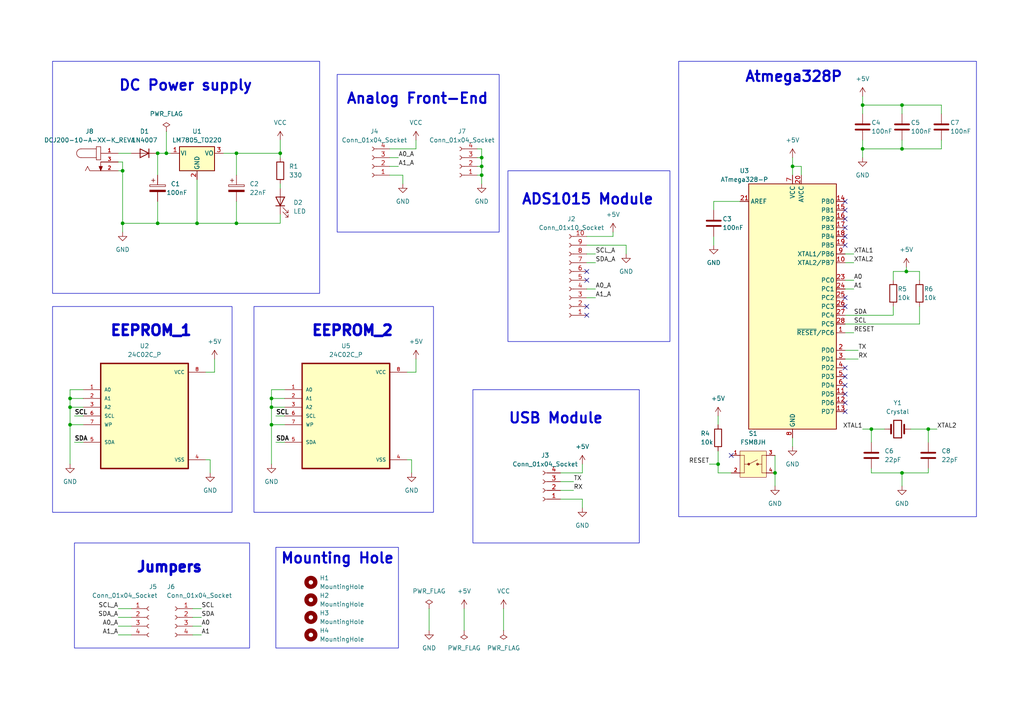
<source format=kicad_sch>
(kicad_sch (version 20230121) (generator eeschema)
  (paper "A4")
  (title_block (title "Main PCB") (date "2024-04-19"))
  (lib_symbols
    (symbol "24C02C_P_1" (pin_names (offset 1.016))
      (property "Reference" "U" (at -12.7 16.24 0))
      (property "Value" "24C02C_P" (at -12.7 -19.24 0))
      (symbol "24C02C_P_1_0_0"
        (rectangle (start -12.7 -15.24) (end 12.7 15.24) (stroke (width 0.41)) (fill (type background)))
        (pin input line (at -17.78 7.62 0) (length 5.08) (name "A0") (number "1"))
        (pin input line (at -17.78 5.08 0) (length 5.08) (name "A1") (number "2"))
        (pin input line (at -17.78 2.54 0) (length 5.08) (name "A2") (number "3"))
        (pin power_in line (at 17.78 -12.7 180) (length 5.08) (name "VSS") (number "4"))
        (pin bidirectional line (at -17.78 -7.62 0) (length 5.08) (name "SDA") (number "5"))
        (pin input line (at -17.78 0 0) (length 5.08) (name "SCL") (number "6"))
        (pin input line (at -17.78 -2.54 0) (length 5.08) (name "WP") (number "7"))
        (pin power_in line (at 17.78 12.7 180) (length 5.08) (name "VCC") (number "8"))
      )
    )
    (symbol "Connector:Conn_01x04_Socket" (pin_names (offset 1.016) hide)
      (property "Reference" "J" (at 0 5.08 0))
      (property "Value" "Conn_01x04_Socket" (at 0 -7.62 0))
      (symbol "Conn_01x04_Socket_1_1"
        (arc (start 0 -4.572) (mid -0.5058 -5.08) (end 0 -5.588) (stroke (width 0.1524)))
        (arc (start 0 -2.032) (mid -0.5058 -2.54) (end 0 -3.048) (stroke (width 0.1524)))
        (polyline (pts (xy -1.27 -5.08) (xy -0.508 -5.08)) (stroke (width 0.1524)))
        (polyline (pts (xy -1.27 -2.54) (xy -0.508 -2.54)) (stroke (width 0.1524)))
        (polyline (pts (xy -1.27 0) (xy -0.508 0)) (stroke (width 0.1524)))
        (polyline (pts (xy -1.27 2.54) (xy -0.508 2.54)) (stroke (width 0.1524)))
        (arc (start 0 0.508) (mid -0.5058 0) (end 0 -0.508) (stroke (width 0.1524)))
        (arc (start 0 3.048) (mid -0.5058 2.54) (end 0 2.032) (stroke (width 0.1524)))
        (pin passive line (at -5.08 2.54 0) (length 3.81) (name "Pin_1") (number "1"))
        (pin passive line (at -5.08 0 0) (length 3.81) (name "Pin_2") (number "2"))
        (pin passive line (at -5.08 -2.54 0) (length 3.81) (name "Pin_3") (number "3"))
        (pin passive line (at -5.08 -5.08 0) (length 3.81) (name "Pin_4") (number "4"))
      )
    )
    (symbol "Connector:Conn_01x10_Socket" (pin_names (offset 1.016) hide)
      (property "Reference" "J" (at 0 12.7 0))
      (property "Value" "Conn_01x10_Socket" (at 0 -15.24 0))
      (symbol "Conn_01x10_Socket_1_1"
        (arc (start 0 -12.192) (mid -0.5058 -12.7) (end 0 -13.208) (stroke (width 0.1524)))
        (arc (start 0 -9.652) (mid -0.5058 -10.16) (end 0 -10.668) (stroke (width 0.1524)))
        (arc (start 0 -7.112) (mid -0.5058 -7.62) (end 0 -8.128) (stroke (width 0.1524)))
        (arc (start 0 -4.572) (mid -0.5058 -5.08) (end 0 -5.588) (stroke (width 0.1524)))
        (arc (start 0 -2.032) (mid -0.5058 -2.54) (end 0 -3.048) (stroke (width 0.1524)))
        (polyline (pts (xy -1.27 -12.7) (xy -0.508 -12.7)) (stroke (width 0.1524)))
        (polyline (pts (xy -1.27 -10.16) (xy -0.508 -10.16)) (stroke (width 0.1524)))
        (polyline (pts (xy -1.27 -7.62) (xy -0.508 -7.62)) (stroke (width 0.1524)))
        (polyline (pts (xy -1.27 -5.08) (xy -0.508 -5.08)) (stroke (width 0.1524)))
        (polyline (pts (xy -1.27 -2.54) (xy -0.508 -2.54)) (stroke (width 0.1524)))
        (polyline (pts (xy -1.27 0) (xy -0.508 0)) (stroke (width 0.1524)))
        (polyline (pts (xy -1.27 2.54) (xy -0.508 2.54)) (stroke (width 0.1524)))
        (polyline (pts (xy -1.27 5.08) (xy -0.508 5.08)) (stroke (width 0.1524)))
        (polyline (pts (xy -1.27 7.62) (xy -0.508 7.62)) (stroke (width 0.1524)))
        (polyline (pts (xy -1.27 10.16) (xy -0.508 10.16)) (stroke (width 0.1524)))
        (arc (start 0 0.508) (mid -0.5058 0) (end 0 -0.508) (stroke (width 0.1524)))
        (arc (start 0 3.048) (mid -0.5058 2.54) (end 0 2.032) (stroke (width 0.1524)))
        (arc (start 0 5.588) (mid -0.5058 5.08) (end 0 4.572) (stroke (width 0.1524)))
        (arc (start 0 8.128) (mid -0.5058 7.62) (end 0 7.112) (stroke (width 0.1524)))
        (arc (start 0 10.668) (mid -0.5058 10.16) (end 0 9.652) (stroke (width 0.1524)))
        (pin passive line (at -5.08 10.16 0) (length 3.81) (name "Pin_1") (number "1"))
        (pin passive line (at -5.08 -12.7 0) (length 3.81) (name "Pin_10") (number "10"))
        (pin passive line (at -5.08 7.62 0) (length 3.81) (name "Pin_2") (number "2"))
        (pin passive line (at -5.08 5.08 0) (length 3.81) (name "Pin_3") (number "3"))
        (pin passive line (at -5.08 2.54 0) (length 3.81) (name "Pin_4") (number "4"))
        (pin passive line (at -5.08 0 0) (length 3.81) (name "Pin_5") (number "5"))
        (pin passive line (at -5.08 -2.54 0) (length 3.81) (name "Pin_6") (number "6"))
        (pin passive line (at -5.08 -5.08 0) (length 3.81) (name "Pin_7") (number "7"))
        (pin passive line (at -5.08 -7.62 0) (length 3.81) (name "Pin_8") (number "8"))
        (pin passive line (at -5.08 -10.16 0) (length 3.81) (name "Pin_9") (number "9"))
      )
    )
    (symbol "DCJ200-10-A-XX-K_REVA:DCJ200-10-A-XX-K_REVA" (pin_names (offset 1.016))
      (property "Reference" "J" (at -7.6272 5.0848 0))
      (property "Value" "DCJ200-10-A-XX-K_REVA" (at -7.6313 -5.0875 0))
      (symbol "DCJ200-10-A-XX-K_REVA_0_0"
        (arc (start -5.715 3.81) (mid -6.9795 2.54) (end -5.715 1.27) (stroke (width 0.1524)))
        (polyline (pts (xy -5.715 3.81) (xy -1.27 3.81)) (stroke (width 0.1524)))
        (polyline (pts (xy -3.81 -1.27) (xy -4.445 -2.54)) (stroke (width 0.1524)))
        (polyline (pts (xy -3.175 -2.54) (xy -3.81 -1.27)) (stroke (width 0.1524)))
        (polyline (pts (xy -1.27 0.635) (xy 0 0.635)) (stroke (width 0.1524)))
        (polyline (pts (xy -1.27 1.27) (xy -5.715 1.27)) (stroke (width 0.1524)))
        (polyline (pts (xy -1.27 1.27) (xy -1.27 0.635)) (stroke (width 0.1524)))
        (polyline (pts (xy -1.27 3.81) (xy -1.27 1.27)) (stroke (width 0.1524)))
        (polyline (pts (xy -1.27 4.445) (xy -1.27 3.81)) (stroke (width 0.1524)))
        (polyline (pts (xy 0 -2.54) (xy -3.175 -2.54)) (stroke (width 0.1524)))
        (polyline (pts (xy 0 0) (xy 0 -2.54)) (stroke (width 0.1524)))
        (polyline (pts (xy 0 0.635) (xy 0 4.445)) (stroke (width 0.1524)))
        (polyline (pts (xy 0 4.445) (xy -1.27 4.445)) (stroke (width 0.1524)))
        (polyline (pts (xy 0 -2.54) (xy -0.508 -1.27) (xy 0.508 -1.27) (xy 0 -2.54)) (stroke (width 0.1524)) (fill (type outline)))
        (pin passive line (at 5.08 2.54 180) (length 5.08) (name "~") (number "1"))
        (pin passive line (at 5.08 -2.54 180) (length 5.08) (name "~") (number "2"))
        (pin passive line (at 5.08 0 180) (length 5.08) (name "~") (number "3"))
      )
    )
    (symbol "Device:C" (pin_numbers hide) (pin_names (offset 0.254))
      (property "Reference" "C" (at 0.635 2.54 0))
      (property "Value" "C" (at 0.635 -2.54 0))
      (symbol "C_0_1"
        (polyline (pts (xy -2.032 -0.762) (xy 2.032 -0.762)) (stroke (width 0.508)))
        (polyline (pts (xy -2.032 0.762) (xy 2.032 0.762)) (stroke (width 0.508)))
      )
      (symbol "C_1_1"
        (pin passive line (at 0 3.81 270) (length 2.794) (name "~") (number "1"))
        (pin passive line (at 0 -3.81 90) (length 2.794) (name "~") (number "2"))
      )
    )
    (symbol "Device:C_Polarized" (pin_numbers hide) (pin_names (offset 0.254))
      (property "Reference" "C" (at 0.635 2.54 0))
      (property "Value" "C_Polarized" (at 0.635 -2.54 0))
      (symbol "C_Polarized_0_1"
        (rectangle (start -2.286 0.508) (end 2.286 1.016))
        (polyline (pts (xy -1.778 2.286) (xy -0.762 2.286)))
        (polyline (pts (xy -1.27 2.794) (xy -1.27 1.778)))
        (rectangle (start 2.286 -0.508) (end -2.286 -1.016) (fill (type outline)))
      )
      (symbol "C_Polarized_1_1"
        (pin passive line (at 0 3.81 270) (length 2.794) (name "~") (number "1"))
        (pin passive line (at 0 -3.81 90) (length 2.794) (name "~") (number "2"))
      )
    )
    (symbol "Device:Crystal" (pin_numbers hide) (pin_names (offset 1.016) hide)
      (property "Reference" "Y" (at 0 3.81 0))
      (property "Value" "Crystal" (at 0 -3.81 0))
      (symbol "Crystal_0_1"
        (rectangle (start -1.143 2.54) (end 1.143 -2.54) (stroke (width 0.3048)))
        (polyline (pts (xy -2.54 0) (xy -1.905 0)))
        (polyline (pts (xy -1.905 -1.27) (xy -1.905 1.27)) (stroke (width 0.508)))
        (polyline (pts (xy 1.905 -1.27) (xy 1.905 1.27)) (stroke (width 0.508)))
        (polyline (pts (xy 2.54 0) (xy 1.905 0)))
      )
      (symbol "Crystal_1_1"
        (pin passive line (at -3.81 0 0) (length 1.27) (name "1") (number "1"))
        (pin passive line (at 3.81 0 180) (length 1.27) (name "2") (number "2"))
      )
    )
    (symbol "Device:LED" (pin_numbers hide) (pin_names (offset 1.016) hide)
      (property "Reference" "D" (at 0 2.54 0))
      (property "Value" "LED" (at 0 -2.54 0))
      (symbol "LED_0_1"
        (polyline (pts (xy -1.27 -1.27) (xy -1.27 1.27)) (stroke (width 0.254)))
        (polyline (pts (xy -1.27 0) (xy 1.27 0)))
        (polyline (pts (xy 1.27 -1.27) (xy 1.27 1.27) (xy -1.27 0) (xy 1.27 -1.27)) (stroke (width 0.254)))
        (polyline (pts (xy -3.048 -0.762) (xy -4.572 -2.286) (xy -3.81 -2.286) (xy -4.572 -2.286) (xy -4.572 -1.524)))
        (polyline (pts (xy -1.778 -0.762) (xy -3.302 -2.286) (xy -2.54 -2.286) (xy -3.302 -2.286) (xy -3.302 -1.524)))
      )
      (symbol "LED_1_1"
        (pin passive line (at -3.81 0 0) (length 2.54) (name "K") (number "1"))
        (pin passive line (at 3.81 0 180) (length 2.54) (name "A") (number "2"))
      )
    )
    (symbol "Device:R" (pin_numbers hide) (pin_names (offset 0))
      (property "Reference" "R" (at 2.032 0 90))
      (property "Value" "R" (at 0 0 90))
      (symbol "R_0_1"
        (rectangle (start -1.016 -2.54) (end 1.016 2.54) (stroke (width 0.254)))
      )
      (symbol "R_1_1"
        (pin passive line (at 0 3.81 270) (length 1.27) (name "~") (number "1"))
        (pin passive line (at 0 -3.81 90) (length 1.27) (name "~") (number "2"))
      )
    )
    (symbol "Diode:1N4007" (pin_numbers hide) (pin_names hide)
      (property "Reference" "D" (at 0 2.54 0))
      (property "Value" "1N4007" (at 0 -2.54 0))
      (symbol "1N4007_0_1"
        (polyline (pts (xy -1.27 1.27) (xy -1.27 -1.27)) (stroke (width 0.254)))
        (polyline (pts (xy 1.27 0) (xy -1.27 0)))
        (polyline (pts (xy 1.27 1.27) (xy 1.27 -1.27) (xy -1.27 0) (xy 1.27 1.27)) (stroke (width 0.254)))
      )
      (symbol "1N4007_1_1"
        (pin passive line (at -3.81 0 0) (length 2.54) (name "K") (number "1"))
        (pin passive line (at 3.81 0 180) (length 2.54) (name "A") (number "2"))
      )
    )
    (symbol "FSM8JH:FSM8JH" (pin_names (offset 1.016))
      (property "Reference" "S" (at -4.3222 4.068 0))
      (property "Value" "FSM8JH" (at -4.0644 -5.3346 0))
      (symbol "FSM8JH_0_0"
        (rectangle (start -3.81 -3.81) (end 3.81 3.81) (stroke (width 0.127)) (fill (type background)))
        (circle (center -1.27 0) (radius 0.254) (stroke (width 0.2159)))
        (polyline (pts (xy -3.81 2.54) (xy -2.54 2.54)) (stroke (width 0.127)))
        (polyline (pts (xy -2.54 -2.54) (xy -3.81 -2.54)) (stroke (width 0.127)))
        (polyline (pts (xy -2.54 0) (xy -1.27 0)) (stroke (width 0.127)))
        (polyline (pts (xy -2.54 2.54) (xy -2.54 -2.54)) (stroke (width 0.127)))
        (polyline (pts (xy -1.27 0) (xy 1.27 1.27)) (stroke (width 0.127)))
        (polyline (pts (xy 1.27 0) (xy 2.54 0)) (stroke (width 0.127)))
        (polyline (pts (xy 2.54 -2.54) (xy 3.81 -2.54)) (stroke (width 0.127)))
        (polyline (pts (xy 2.54 2.54) (xy 2.54 -2.54)) (stroke (width 0.127)))
        (polyline (pts (xy 3.81 2.54) (xy 2.54 2.54)) (stroke (width 0.127)))
        (circle (center 1.27 0) (radius 0.254) (stroke (width 0.2159)))
        (pin passive line (at -6.35 2.54 0) (length 2.54) (name "~") (number "1"))
        (pin passive line (at -6.35 -2.54 0) (length 2.54) (name "~") (number "2"))
        (pin passive line (at 6.35 2.54 180) (length 2.54) (name "~") (number "3"))
        (pin passive line (at 6.35 -2.54 180) (length 2.54) (name "~") (number "4"))
      )
    )
    (symbol "MCU_Microchip_ATmega:ATmega328-P"
      (property "Reference" "U" (at -12.7 36.83 0))
      (property "Value" "ATmega328-P" (at 2.54 -36.83 0))
      (symbol "ATmega328-P_0_1"
        (rectangle (start -12.7 -35.56) (end 12.7 35.56) (stroke (width 0.254)) (fill (type background)))
      )
      (symbol "ATmega328-P_1_1"
        (pin bidirectional line (at 15.24 -7.62 180) (length 2.54) (name "~{RESET}/PC6") (number "1"))
        (pin bidirectional line (at 15.24 12.7 180) (length 2.54) (name "XTAL2/PB7") (number "10"))
        (pin bidirectional line (at 15.24 -25.4 180) (length 2.54) (name "PD5") (number "11"))
        (pin bidirectional line (at 15.24 -27.94 180) (length 2.54) (name "PD6") (number "12"))
        (pin bidirectional line (at 15.24 -30.48 180) (length 2.54) (name "PD7") (number "13"))
        (pin bidirectional line (at 15.24 30.48 180) (length 2.54) (name "PB0") (number "14"))
        (pin bidirectional line (at 15.24 27.94 180) (length 2.54) (name "PB1") (number "15"))
        (pin bidirectional line (at 15.24 25.4 180) (length 2.54) (name "PB2") (number "16"))
        (pin bidirectional line (at 15.24 22.86 180) (length 2.54) (name "PB3") (number "17"))
        (pin bidirectional line (at 15.24 20.32 180) (length 2.54) (name "PB4") (number "18"))
        (pin bidirectional line (at 15.24 17.78 180) (length 2.54) (name "PB5") (number "19"))
        (pin bidirectional line (at 15.24 -12.7 180) (length 2.54) (name "PD0") (number "2"))
        (pin power_in line (at 2.54 38.1 270) (length 2.54) (name "AVCC") (number "20"))
        (pin passive line (at -15.24 30.48 0) (length 2.54) (name "AREF") (number "21"))
        (pin passive line (at 0 -38.1 90) (length 2.54) hide (name "GND") (number "22"))
        (pin bidirectional line (at 15.24 7.62 180) (length 2.54) (name "PC0") (number "23"))
        (pin bidirectional line (at 15.24 5.08 180) (length 2.54) (name "PC1") (number "24"))
        (pin bidirectional line (at 15.24 2.54 180) (length 2.54) (name "PC2") (number "25"))
        (pin bidirectional line (at 15.24 0 180) (length 2.54) (name "PC3") (number "26"))
        (pin bidirectional line (at 15.24 -2.54 180) (length 2.54) (name "PC4") (number "27"))
        (pin bidirectional line (at 15.24 -5.08 180) (length 2.54) (name "PC5") (number "28"))
        (pin bidirectional line (at 15.24 -15.24 180) (length 2.54) (name "PD1") (number "3"))
        (pin bidirectional line (at 15.24 -17.78 180) (length 2.54) (name "PD2") (number "4"))
        (pin bidirectional line (at 15.24 -20.32 180) (length 2.54) (name "PD3") (number "5"))
        (pin bidirectional line (at 15.24 -22.86 180) (length 2.54) (name "PD4") (number "6"))
        (pin power_in line (at 0 38.1 270) (length 2.54) (name "VCC") (number "7"))
        (pin power_in line (at 0 -38.1 90) (length 2.54) (name "GND") (number "8"))
        (pin bidirectional line (at 15.24 15.24 180) (length 2.54) (name "XTAL1/PB6") (number "9"))
      )
    )
    (symbol "Mechanical:MountingHole" (pin_names (offset 1.016))
      (property "Reference" "H" (at 0 5.08 0))
      (property "Value" "MountingHole" (at 0 3.175 0))
      (symbol "MountingHole_0_1"
        (circle (center 0 0) (radius 1.27) (stroke (width 1.27)))
      )
    )
    (symbol "Regulator_Linear:LM7805_TO220" (pin_names (offset 0.254))
      (property "Reference" "U" (at -3.81 3.175 0))
      (property "Value" "LM7805_TO220" (at 0 3.175 0))
      (symbol "LM7805_TO220_0_1"
        (rectangle (start -5.08 1.905) (end 5.08 -5.08) (stroke (width 0.254)) (fill (type background)))
      )
      (symbol "LM7805_TO220_1_1"
        (pin power_in line (at -7.62 0 0) (length 2.54) (name "VI") (number "1"))
        (pin power_in line (at 0 -7.62 90) (length 2.54) (name "GND") (number "2"))
        (pin power_out line (at 7.62 0 180) (length 2.54) (name "VO") (number "3"))
      )
    )
    (symbol "power:+5V" (power) (pin_names (offset 0))
      (property "Value" "+5V" (at 0 3.556 0))
      (symbol "+5V_0_1"
        (polyline (pts (xy -0.762 1.27) (xy 0 2.54)))
        (polyline (pts (xy 0 0) (xy 0 2.54)))
        (polyline (pts (xy 0 2.54) (xy 0.762 1.27)))
      )
      (symbol "+5V_1_1"
        (pin power_in line (at 0 0 90) (length 0) hide (name "+5V") (number "1"))
      )
    )
    (symbol "power:GND" (power) (pin_names (offset 0))
      (property "Value" "GND" (at 0 -3.81 0))
      (symbol "GND_0_1"
        (polyline (pts (xy 0 0) (xy 0 -1.27) (xy 1.27 -1.27) (xy 0 -2.54) (xy -1.27 -1.27) (xy 0 -1.27)))
      )
      (symbol "GND_1_1"
        (pin power_in line (at 0 0 270) (length 0) hide (name "GND") (number "1"))
      )
    )
    (symbol "power:PWR_FLAG" (power) (pin_numbers hide) (pin_names (offset 0) hide)
      (property "Value" "PWR_FLAG" (at 0 3.81 0))
      (symbol "PWR_FLAG_0_0"
        (pin power_out line (at 0 0 90) (length 0) (name "pwr") (number "1"))
      )
      (symbol "PWR_FLAG_0_1"
        (polyline (pts (xy 0 0) (xy 0 1.27) (xy -1.016 1.905) (xy 0 2.54) (xy 1.016 1.905) (xy 0 1.27)))
      )
    )
    (symbol "power:VCC" (power) (pin_names (offset 0))
      (property "Value" "VCC" (at 0 3.81 0))
      (symbol "VCC_0_1"
        (polyline (pts (xy -0.762 1.27) (xy 0 2.54)))
        (polyline (pts (xy 0 0) (xy 0 2.54)))
        (polyline (pts (xy 0 2.54) (xy 0.762 1.27)))
      )
      (symbol "VCC_1_1"
        (pin power_in line (at 0 0 90) (length 0) hide (name "VCC") (number "1"))
      )
    )
  )
  (junction (at 261.62 43.18))
  (junction (at 139.7 48.26))
  (junction (at 224.79 137.16))
  (junction (at 45.72 64.77))
  (junction (at 68.58 64.77))
  (junction (at 229.87 48.26))
  (junction (at 252.73 124.46))
  (junction (at 269.24 124.46))
  (junction (at 57.15 64.77))
  (junction (at 139.7 50.8))
  (junction (at 261.62 30.48))
  (junction (at 20.32 123.19))
  (junction (at 139.7 45.72))
  (junction (at 208.28 134.62))
  (junction (at 78.74 123.19))
  (junction (at 262.89 78.74))
  (junction (at 20.32 118.11))
  (junction (at 250.19 43.18))
  (junction (at 261.62 137.16))
  (junction (at 20.32 115.57))
  (junction (at 45.72 44.45))
  (junction (at 35.56 64.77))
  (junction (at 68.58 44.45))
  (junction (at 35.56 49.53))
  (junction (at 250.19 30.48))
  (junction (at 78.74 118.11))
  (junction (at 81.28 44.45))
  (junction (at 48.26 44.45))
  (junction (at 78.74 115.57))
  (no_connect (at 245.11 106.68))
  (no_connect (at 245.11 86.36))
  (no_connect (at 212.09 132.08))
  (no_connect (at 245.11 60.96))
  (no_connect (at 245.11 109.22))
  (no_connect (at 170.18 88.9))
  (no_connect (at 245.11 68.58))
  (no_connect (at 245.11 66.04))
  (no_connect (at 170.18 78.74))
  (no_connect (at 245.11 88.9))
  (no_connect (at 245.11 63.5))
  (no_connect (at 170.18 81.28))
  (no_connect (at 245.11 111.76))
  (no_connect (at 245.11 119.38))
  (no_connect (at 245.11 71.12))
  (no_connect (at 170.18 91.44))
  (no_connect (at 245.11 114.3))
  (no_connect (at 245.11 58.42))
  (no_connect (at 245.11 116.84))
  (wire (pts (xy 245.11 81.28) (xy 247.65 81.28)))
  (wire (pts (xy 113.03 45.72) (xy 115.57 45.72)))
  (wire (pts (xy 273.05 30.48) (xy 273.05 33.02)))
  (wire (pts (xy 229.87 45.72) (xy 229.87 48.26)))
  (wire (pts (xy 80.01 128.27) (xy 82.55 128.27)))
  (wire (pts (xy 78.74 118.11) (xy 78.74 123.19)))
  (wire (pts (xy 81.28 54.61) (xy 81.28 53.34)))
  (wire (pts (xy 208.28 130.81) (xy 208.28 134.62)))
  (wire (pts (xy 229.87 127) (xy 229.87 129.54)))
  (wire (pts (xy 170.18 86.36) (xy 172.72 86.36)))
  (wire (pts (xy 78.74 115.57) (xy 78.74 118.11)))
  (wire (pts (xy 45.72 50.8) (xy 45.72 44.45)))
  (wire (pts (xy 55.88 184.15) (xy 58.42 184.15)))
  (wire (pts (xy 20.32 123.19) (xy 20.32 134.62)))
  (wire (pts (xy 250.19 43.18) (xy 250.19 45.72)))
  (wire (pts (xy 208.28 123.19) (xy 208.28 120.65)))
  (wire (pts (xy 38.1 176.53) (xy 34.29 176.53)))
  (wire (pts (xy 139.7 50.8) (xy 138.43 50.8)))
  (wire (pts (xy 259.08 88.9) (xy 259.08 91.44)))
  (wire (pts (xy 261.62 43.18) (xy 273.05 43.18)))
  (wire (pts (xy 20.32 113.03) (xy 20.32 115.57)))
  (wire (pts (xy 261.62 140.97) (xy 261.62 137.16)))
  (wire (pts (xy 35.56 46.99) (xy 35.56 49.53)))
  (wire (pts (xy 261.62 137.16) (xy 269.24 137.16)))
  (wire (pts (xy 261.62 40.64) (xy 261.62 43.18)))
  (wire (pts (xy 138.43 45.72) (xy 139.7 45.72)))
  (wire (pts (xy 172.72 73.66) (xy 170.18 73.66)))
  (wire (pts (xy 162.56 137.16) (xy 168.91 137.16)))
  (wire (pts (xy 82.55 115.57) (xy 78.74 115.57)))
  (wire (pts (xy 120.65 104.14) (xy 120.65 107.95)))
  (wire (pts (xy 78.74 123.19) (xy 78.74 134.62)))
  (wire (pts (xy 81.28 62.23) (xy 81.28 64.77)))
  (wire (pts (xy 208.28 137.16) (xy 212.09 137.16)))
  (wire (pts (xy 273.05 43.18) (xy 273.05 40.64)))
  (wire (pts (xy 124.46 182.88) (xy 124.46 176.53)))
  (wire (pts (xy 261.62 30.48) (xy 273.05 30.48)))
  (wire (pts (xy 170.18 71.12) (xy 181.61 71.12)))
  (wire (pts (xy 134.62 176.53) (xy 134.62 182.88)))
  (wire (pts (xy 207.01 58.42) (xy 214.63 58.42)))
  (wire (pts (xy 208.28 137.16) (xy 208.28 134.62)))
  (wire (pts (xy 113.03 48.26) (xy 115.57 48.26)))
  (wire (pts (xy 116.84 50.8) (xy 116.84 53.34)))
  (wire (pts (xy 35.56 64.77) (xy 35.56 67.31)))
  (wire (pts (xy 20.32 115.57) (xy 20.32 118.11)))
  (wire (pts (xy 113.03 43.18) (xy 120.65 43.18)))
  (wire (pts (xy 207.01 60.96) (xy 207.01 58.42)))
  (wire (pts (xy 264.16 124.46) (xy 269.24 124.46)))
  (wire (pts (xy 62.23 104.14) (xy 62.23 107.95)))
  (wire (pts (xy 139.7 45.72) (xy 139.7 48.26)))
  (wire (pts (xy 45.72 44.45) (xy 48.26 44.45)))
  (wire (pts (xy 24.13 128.27) (xy 21.59 128.27)))
  (wire (pts (xy 81.28 40.64) (xy 81.28 44.45)))
  (wire (pts (xy 262.89 77.47) (xy 262.89 78.74)))
  (wire (pts (xy 24.13 113.03) (xy 20.32 113.03)))
  (wire (pts (xy 34.29 179.07) (xy 38.1 179.07)))
  (wire (pts (xy 162.56 139.7) (xy 166.37 139.7)))
  (wire (pts (xy 250.19 43.18) (xy 261.62 43.18)))
  (wire (pts (xy 229.87 48.26) (xy 232.41 48.26)))
  (wire (pts (xy 172.72 76.2) (xy 170.18 76.2)))
  (wire (pts (xy 262.89 78.74) (xy 259.08 78.74)))
  (wire (pts (xy 139.7 53.34) (xy 139.7 50.8)))
  (wire (pts (xy 68.58 44.45) (xy 81.28 44.45)))
  (wire (pts (xy 82.55 113.03) (xy 78.74 113.03)))
  (wire (pts (xy 139.7 48.26) (xy 139.7 50.8)))
  (wire (pts (xy 24.13 118.11) (xy 20.32 118.11)))
  (wire (pts (xy 57.15 52.07) (xy 57.15 64.77)))
  (wire (pts (xy 224.79 132.08) (xy 224.79 137.16)))
  (wire (pts (xy 34.29 44.45) (xy 38.1 44.45)))
  (wire (pts (xy 168.91 144.78) (xy 168.91 147.32)))
  (wire (pts (xy 271.78 124.46) (xy 269.24 124.46)))
  (wire (pts (xy 208.28 134.62) (xy 205.74 134.62)))
  (wire (pts (xy 138.43 48.26) (xy 139.7 48.26)))
  (wire (pts (xy 168.91 137.16) (xy 168.91 134.62)))
  (wire (pts (xy 269.24 137.16) (xy 269.24 135.89)))
  (wire (pts (xy 245.11 96.52) (xy 247.65 96.52)))
  (wire (pts (xy 266.7 78.74) (xy 262.89 78.74)))
  (wire (pts (xy 250.19 124.46) (xy 252.73 124.46)))
  (wire (pts (xy 20.32 118.11) (xy 20.32 123.19)))
  (wire (pts (xy 247.65 73.66) (xy 245.11 73.66)))
  (wire (pts (xy 45.72 64.77) (xy 35.56 64.77)))
  (wire (pts (xy 245.11 101.6) (xy 248.92 101.6)))
  (wire (pts (xy 34.29 46.99) (xy 35.56 46.99)))
  (wire (pts (xy 162.56 144.78) (xy 168.91 144.78)))
  (wire (pts (xy 60.96 133.35) (xy 60.96 137.16)))
  (wire (pts (xy 229.87 50.8) (xy 229.87 48.26)))
  (wire (pts (xy 139.7 43.18) (xy 139.7 45.72)))
  (wire (pts (xy 45.72 64.77) (xy 57.15 64.77)))
  (wire (pts (xy 250.19 30.48) (xy 261.62 30.48)))
  (wire (pts (xy 259.08 91.44) (xy 245.11 91.44)))
  (wire (pts (xy 252.73 137.16) (xy 261.62 137.16)))
  (wire (pts (xy 247.65 76.2) (xy 245.11 76.2)))
  (wire (pts (xy 269.24 124.46) (xy 269.24 128.27)))
  (wire (pts (xy 232.41 48.26) (xy 232.41 50.8)))
  (wire (pts (xy 177.8 68.58) (xy 177.8 67.31)))
  (wire (pts (xy 113.03 50.8) (xy 116.84 50.8)))
  (wire (pts (xy 82.55 120.65) (xy 80.01 120.65)))
  (wire (pts (xy 162.56 142.24) (xy 166.37 142.24)))
  (wire (pts (xy 48.26 38.1) (xy 48.26 44.45)))
  (wire (pts (xy 266.7 88.9) (xy 266.7 93.98)))
  (wire (pts (xy 118.11 133.35) (xy 119.38 133.35)))
  (wire (pts (xy 59.69 133.35) (xy 60.96 133.35)))
  (wire (pts (xy 81.28 45.72) (xy 81.28 44.45)))
  (wire (pts (xy 38.1 181.61) (xy 34.29 181.61)))
  (wire (pts (xy 252.73 135.89) (xy 252.73 137.16)))
  (wire (pts (xy 68.58 58.42) (xy 68.58 64.77)))
  (wire (pts (xy 35.56 49.53) (xy 35.56 64.77)))
  (wire (pts (xy 119.38 133.35) (xy 119.38 137.16)))
  (wire (pts (xy 57.15 64.77) (xy 68.58 64.77)))
  (wire (pts (xy 138.43 43.18) (xy 139.7 43.18)))
  (wire (pts (xy 68.58 44.45) (xy 68.58 50.8)))
  (wire (pts (xy 256.54 124.46) (xy 252.73 124.46)))
  (wire (pts (xy 55.88 176.53) (xy 58.42 176.53)))
  (wire (pts (xy 224.79 137.16) (xy 224.79 140.97)))
  (wire (pts (xy 82.55 118.11) (xy 78.74 118.11)))
  (wire (pts (xy 245.11 104.14) (xy 248.92 104.14)))
  (wire (pts (xy 78.74 113.03) (xy 78.74 115.57)))
  (wire (pts (xy 120.65 107.95) (xy 118.11 107.95)))
  (wire (pts (xy 261.62 33.02) (xy 261.62 30.48)))
  (wire (pts (xy 62.23 107.95) (xy 59.69 107.95)))
  (wire (pts (xy 181.61 71.12) (xy 181.61 73.66)))
  (wire (pts (xy 120.65 40.64) (xy 120.65 43.18)))
  (wire (pts (xy 81.28 64.77) (xy 68.58 64.77)))
  (wire (pts (xy 170.18 83.82) (xy 172.72 83.82)))
  (wire (pts (xy 55.88 179.07) (xy 58.42 179.07)))
  (wire (pts (xy 35.56 49.53) (xy 34.29 49.53)))
  (wire (pts (xy 146.05 182.88) (xy 146.05 176.53)))
  (wire (pts (xy 259.08 78.74) (xy 259.08 81.28)))
  (wire (pts (xy 38.1 184.15) (xy 34.29 184.15)))
  (wire (pts (xy 170.18 68.58) (xy 177.8 68.58)))
  (wire (pts (xy 82.55 123.19) (xy 78.74 123.19)))
  (wire (pts (xy 24.13 123.19) (xy 20.32 123.19)))
  (wire (pts (xy 55.88 181.61) (xy 58.42 181.61)))
  (wire (pts (xy 250.19 33.02) (xy 250.19 30.48)))
  (wire (pts (xy 207.01 68.58) (xy 207.01 71.12)))
  (wire (pts (xy 24.13 115.57) (xy 20.32 115.57)))
  (wire (pts (xy 266.7 81.28) (xy 266.7 78.74)))
  (wire (pts (xy 48.26 44.45) (xy 49.53 44.45)))
  (wire (pts (xy 250.19 40.64) (xy 250.19 43.18)))
  (wire (pts (xy 252.73 124.46) (xy 252.73 128.27)))
  (wire (pts (xy 24.13 120.65) (xy 21.59 120.65)))
  (wire (pts (xy 245.11 83.82) (xy 247.65 83.82)))
  (wire (pts (xy 245.11 93.98) (xy 266.7 93.98)))
  (wire (pts (xy 250.19 27.94) (xy 250.19 30.48)))
  (wire (pts (xy 64.77 44.45) (xy 68.58 44.45)))
  (wire (pts (xy 45.72 58.42) (xy 45.72 64.77)))
  (rectangle (start 15.24 88.9) (end 67.31 148.59))
  (rectangle (start 196.85 17.78) (end 283.21 149.86))
  (rectangle (start 97.79 21.59) (end 144.78 67.31))
  (rectangle (start 147.32 49.53) (end 194.31 99.06))
  (rectangle (start 137.16 113.03) (end 185.42 157.48))
  (rectangle (start 21.59 157.48) (end 72.39 187.96))
  (rectangle (start 80.01 158.75) (end 115.57 187.96))
  (rectangle (start 73.66 88.9) (end 125.73 148.59))
  (rectangle (start 15.24 17.78) (end 92.71 85.09))
  (text "EEPROM_2\n" (at 90.17 97.79 0) (effects (font (size 3 3) (thickness 1) bold) (justify left bottom)))
  (text "Analog Front-End" (at 100.33 30.48 0) (effects (font (size 3 3) bold) (justify left bottom)))
  (text "Atmega328P" (at 215.9 24.13 0) (effects (font (size 3 3) bold) (justify left bottom)))
  (text "USB Module" (at 147.32 123.19 0) (effects (font (size 3 3) bold) (justify left bottom)))
  (text "DC Power supply" (at 34.29 26.67 0) (effects (font (size 3 3) bold) (justify left bottom)))
  (text "EEPROM_1\n" (at 31.75 97.79 0) (effects (font (size 3 3) (thickness 1) bold) (justify left bottom)))
  (text "Jumpers" (at 39.37 166.37 0) (effects (font (size 3 3) (thickness 1) bold) (justify left bottom)))
  (text "ADS1015 Module" (at 151.13 59.69 0) (effects (font (size 3 3) bold) (justify left bottom)))
  (text "Mounting Hole" (at 81.28 163.83 0) (effects (font (size 3 3) (thickness 0.6) bold) (justify left bottom)))
  (label "A0_A" (at 172.72 83.82 0))
  (label "SCL" (at 58.42 176.53 0))
  (label "TX" (at 166.37 139.7 0))
  (label "A0_A" (at 34.29 181.61 180))
  (label "SDA" (at 247.65 91.44 0))
  (label "SCL" (at 80.01 120.65 0) (effects (font bold)))
  (label "A1_A" (at 172.72 86.36 0))
  (label "A0" (at 247.65 81.28 0))
  (label "XTAL2" (at 271.78 124.46 0))
  (label "TX" (at 248.92 101.6 0))
  (label "SCL_A" (at 172.72 73.66 0))
  (label "RESET" (at 205.74 134.62 180))
  (label "RX" (at 248.92 104.14 0))
  (label "XTAL1" (at 247.65 73.66 0))
  (label "SDA" (at 58.42 179.07 0))
  (label "RESET" (at 247.65 96.52 0))
  (label "A1_A" (at 34.29 184.15 180))
  (label "SDA_A" (at 34.29 179.07 180))
  (label "A1" (at 247.65 83.82 0))
  (label "XTAL2" (at 247.65 76.2 0))
  (label "A0_A" (at 115.57 45.72 0))
  (label "A1_A" (at 115.57 48.26 0))
  (label "SCL_A" (at 34.29 176.53 180))
  (label "SCL" (at 21.59 120.65 0) (effects (font bold)))
  (label "SDA_A" (at 172.72 76.2 0))
  (label "A0" (at 58.42 181.61 0))
  (label "SDA" (at 80.01 128.27 0) (effects (font bold)))
  (label "SDA" (at 21.59 128.27 0) (effects (font bold)))
  (label "RX" (at 166.37 142.24 0))
  (label "A1" (at 58.42 184.15 0))
  (label "SCL" (at 247.65 93.98 0))
  (label "XTAL1" (at 250.19 124.46 180))
  (symbol (lib_id "Device:C") (at 250.19 36.83 0) (unit 1)
    (property "Reference" "C4" (at 252.73 35.56 0) (effects (justify left)))
    (property "Value" "100nF" (at 252.73 38.1 0) (effects (justify left)))
    (property "Footprint" "Capacitor_THT:C_Disc_D3.8mm_W2.6mm_P2.50mm" (effects hide))
  )
  (symbol (lib_id "Regulator_Linear:LM7805_TO220") (at 57.15 44.45 0) (unit 1)
    (property "Reference" "U1" (at 57.15 38.1 0))
    (property "Value" "LM7805_TO220" (at 57.15 40.64 0))
    (property "Footprint" "Package_TO_SOT_THT:TO-220-3_Vertical" (effects hide))
    (property "Datasheet" "https://www.onsemi.cn/PowerSolutions/document/MC7800-D.PDF" (effects hide))
  )
  (symbol (lib_id "Diode:1N4007") (at 41.91 44.45 180) (unit 1)
    (property "Reference" "D1" (at 41.91 38.1 0))
    (property "Value" "1N4007" (at 41.91 40.64 0))
    (property "Footprint" "Diode_THT:D_DO-41_SOD81_P10.16mm_Horizontal" (effects hide))
    (property "Datasheet" "http://www.vishay.com/docs/88503/1n4001.pdf" (effects hide))
    (property "Sim.Device" "D" (effects hide))
    (property "Sim.Pins" "1=K 2=A" (effects hide))
  )
  (symbol (lib_id "power:PWR_FLAG") (at 48.26 38.1 0) (unit 1)
    (property "Reference" "#FLG01" (effects hide))
    (property "Value" "PWR_FLAG" (at 48.26 33.02 0))
  )
  (symbol (lib_id "power:+5V") (at 168.91 134.62 0) (unit 1)
    (property "Reference" "#PWR05" (effects hide))
    (property "Value" "+5V" (at 168.91 129.54 0))
  )
  (symbol (lib_id "power:+5V") (at 134.62 176.53 0) (unit 1)
    (property "Reference" "#PWR012" (effects hide))
    (property "Value" "+5V" (at 134.62 171.45 0))
  )
  (symbol (lib_id "Device:C") (at 273.05 36.83 0) (unit 1)
    (property "Reference" "C7" (at 275.59 35.56 0) (effects (justify left)))
    (property "Value" "100nF" (at 275.59 38.1 0) (effects (justify left)))
    (property "Footprint" "Capacitor_THT:C_Disc_D3.8mm_W2.6mm_P2.50mm" (effects hide))
  )
  (symbol (lib_name "24C02C_P_1") (lib_id "24C02C_P:24C02C_P") (at 100.33 120.65 0) (unit 1)
    (property "Reference" "U5" (at 100.33 100.33 0))
    (property "Value" "24C02C_P" (at 100.33 102.87 0))
    (property "Footprint" "24C02C_P:DIP787W46P254L927H533Q8" (effects hide))
    (property "MF" "Microchip Technology" (effects hide))
    (property "Description" "\nMicrochip 24C02C/P Serial EEPROM Memory, 2kbit, 3500ns, 4.5 to 5.5 V 8-Pin PDIP | Microchip Technology Inc. 24C02C/P\n" (effects hide))
    (property "Package" "DIP-8 Microchip" (effects hide))
    (property "Price" "None" (effects hide))
    (property "SnapEDA_Link" "https://www.snapeda.com/parts/24C02C/P/Microchip/view-part/?ref=snap" (effects hide))
    (property "MP" "24C02C/P" (effects hide))
    (property "Purchase-URL" "https://www.snapeda.com/api/url_track_click_mouser/?unipart_id=5521095&manufacturer=Microchip Technology&part_name=24C02C/P&search_term=24c" (effects hide))
    (property "Availability" "In Stock" (effects hide))
    (property "Check_prices" "https://www.snapeda.com/parts/24C02C/P/Microchip/view-part/?ref=eda" (effects hide))
  )
  (symbol (lib_id "power:GND") (at 78.74 134.62 0) (unit 1)
    (property "Reference" "#PWR08" (effects hide))
    (property "Value" "GND" (at 78.74 139.7 0))
  )
  (symbol (lib_id "power:VCC") (at 81.28 40.64 0) (unit 1)
    (property "Reference" "#PWR04" (effects hide))
    (property "Value" "VCC" (at 81.28 35.56 0))
  )
  (symbol (lib_id "Connector:Conn_01x04_Socket") (at 157.48 142.24 180) (unit 1)
    (property "Reference" "J3" (at 158.115 132.08 0))
    (property "Value" "Conn_01x04_Socket" (at 158.115 134.62 0))
    (property "Footprint" "Connector_PinSocket_2.54mm:PinSocket_1x04_P2.54mm_Vertical" (effects hide))
  )
  (symbol (lib_id "power:GND") (at 181.61 73.66 0) (unit 1)
    (property "Reference" "#PWR03" (effects hide))
    (property "Value" "GND" (at 181.61 78.74 0))
  )
  (symbol (lib_id "power:+5V") (at 177.8 67.31 0) (unit 1)
    (property "Reference" "#PWR02" (effects hide))
    (property "Value" "+5V" (at 177.8 62.23 0))
  )
  (symbol (lib_id "power:+5V") (at 120.65 104.14 0) (unit 1)
    (property "Reference" "#PWR014" (effects hide))
    (property "Value" "+5V" (at 120.65 99.06 0))
  )
  (symbol (lib_id "MCU_Microchip_ATmega:ATmega328-P") (at 229.87 88.9 0) (unit 1)
    (property "Reference" "U3" (at 215.9 49.53 0))
    (property "Value" "ATmega328-P" (at 215.9 52.07 0))
    (property "Footprint" "Package_DIP:DIP-28_W7.62mm" (effects hide))
    (property "Datasheet" "http://ww1.microchip.com/downloads/en/DeviceDoc/ATmega328_P%20AVR%20MCU%20with%20picoPower%20Technology%20Data%20Sheet%2040001984A.pdf" (effects hide))
  )
  (symbol (lib_id "power:PWR_FLAG") (at 124.46 176.53 0) (unit 1)
    (property "Reference" "#FLG02" (effects hide))
    (property "Value" "PWR_FLAG" (at 124.46 171.45 0))
  )
  (symbol (lib_id "power:GND") (at 60.96 137.16 0) (unit 1)
    (property "Reference" "#PWR025" (effects hide))
    (property "Value" "GND" (at 60.96 142.24 0))
  )
  (symbol (lib_id "power:+5V") (at 262.89 77.47 0) (unit 1)
    (property "Reference" "#PWR024" (effects hide))
    (property "Value" "+5V" (at 262.89 72.39 0))
  )
  (symbol (lib_id "power:GND") (at 250.19 45.72 0) (unit 1)
    (property "Reference" "#PWR019" (effects hide))
    (property "Value" "GND" (at 250.19 50.8 0))
  )
  (symbol (lib_id "power:+5V") (at 250.19 27.94 0) (unit 1)
    (property "Reference" "#PWR018" (effects hide))
    (property "Value" "+5V" (at 250.19 22.86 0))
  )
  (symbol (lib_id "power:+5V") (at 229.87 45.72 0) (unit 1)
    (property "Reference" "#PWR016" (effects hide))
    (property "Value" "+5V" (at 229.87 40.64 0))
  )
  (symbol (lib_id "power:PWR_FLAG") (at 134.62 182.88 180) (unit 1)
    (property "Reference" "#FLG03" (effects hide))
    (property "Value" "PWR_FLAG" (at 134.62 187.96 0))
  )
  (symbol (lib_id "power:GND") (at 261.62 140.97 0) (unit 1)
    (property "Reference" "#PWR021" (effects hide))
    (property "Value" "GND" (at 261.62 146.05 0))
  )
  (symbol (lib_id "Connector:Conn_01x04_Socket") (at 107.95 48.26 180) (unit 1)
    (property "Reference" "J4" (at 108.585 38.1 0))
    (property "Value" "Conn_01x04_Socket" (at 108.585 40.64 0))
    (property "Footprint" "Connector_PinHeader_2.54mm:PinHeader_1x04_P2.54mm_Vertical" (effects hide))
  )
  (symbol (lib_id "power:GND") (at 229.87 129.54 0) (unit 1)
    (property "Reference" "#PWR017" (effects hide))
    (property "Value" "GND" (at 229.87 134.62 0))
  )
  (symbol (lib_id "Device:C_Polarized") (at 45.72 54.61 0) (unit 1)
    (property "Reference" "C1" (at 49.53 53.34 0) (effects (justify left)))
    (property "Value" "100nF" (at 48.26 55.88 0) (effects (justify left)))
    (property "Footprint" "Capacitor_THT:CP_Radial_D5.0mm_P2.50mm" (effects hide))
  )
  (symbol (lib_name "24C02C_P_1") (lib_id "24C02C_P:24C02C_P") (at 41.91 120.65 0) (unit 1)
    (property "Reference" "U2" (at 41.91 100.33 0))
    (property "Value" "24C02C_P" (at 41.91 102.87 0))
    (property "Footprint" "24C02C_P:DIP787W46P254L927H533Q8" (effects hide))
    (property "MF" "Microchip Technology" (effects hide))
    (property "Description" "\nMicrochip 24C02C/P Serial EEPROM Memory, 2kbit, 3500ns, 4.5 to 5.5 V 8-Pin PDIP | Microchip Technology Inc. 24C02C/P\n" (effects hide))
    (property "Package" "DIP-8 Microchip" (effects hide))
    (property "Price" "None" (effects hide))
    (property "SnapEDA_Link" "https://www.snapeda.com/parts/24C02C/P/Microchip/view-part/?ref=snap" (effects hide))
    (property "MP" "24C02C/P" (effects hide))
    (property "Purchase-URL" "https://www.snapeda.com/api/url_track_click_mouser/?unipart_id=5521095&manufacturer=Microchip Technology&part_name=24C02C/P&search_term=24c" (effects hide))
    (property "Availability" "In Stock" (effects hide))
    (property "Check_prices" "https://www.snapeda.com/parts/24C02C/P/Microchip/view-part/?ref=eda" (effects hide))
  )
  (symbol (lib_id "Mechanical:MountingHole") (at 90.17 184.15 0) (unit 1)
    (property "Reference" "H4" (at 92.71 182.88 0) (effects (justify left)))
    (property "Value" "MountingHole" (at 92.71 185.42 0) (effects (justify left)))
    (property "Footprint" "MountingHole:MountingHole_2.2mm_M2" (effects hide))
  )
  (symbol (lib_id "power:PWR_FLAG") (at 146.05 182.88 180) (unit 1)
    (property "Reference" "#FLG04" (effects hide))
    (property "Value" "PWR_FLAG" (at 146.05 187.96 0))
  )
  (symbol (lib_id "Device:C") (at 207.01 64.77 0) (unit 1)
    (property "Reference" "C3" (at 209.55 63.5 0) (effects (justify left)))
    (property "Value" "100nF" (at 209.55 66.04 0) (effects (justify left)))
    (property "Footprint" "Capacitor_THT:C_Disc_D3.8mm_W2.6mm_P2.50mm" (effects hide))
  )
  (symbol (lib_id "Device:C") (at 269.24 132.08 0) (unit 1)
    (property "Reference" "C8" (at 273.05 130.81 0) (effects (justify left)))
    (property "Value" "22pF" (at 273.05 133.35 0) (effects (justify left)))
    (property "Footprint" "Capacitor_THT:C_Disc_D3.4mm_W2.1mm_P2.50mm" (effects hide))
  )
  (symbol (lib_id "power:GND") (at 20.32 134.62 0) (unit 1)
    (property "Reference" "#PWR07" (effects hide))
    (property "Value" "GND" (at 20.32 139.7 0))
  )
  (symbol (lib_id "DCJ200-10-A-XX-K_REVA:DCJ200-10-A-XX-K_REVA") (at 29.21 46.99 0) (unit 1)
    (property "Reference" "J8" (at 25.9742 38.1 0))
    (property "Value" "DCJ200-10-A-XX-K_REVA" (at 25.9742 40.64 0))
    (property "Footprint" "DCJ200-10-A-XX-K_REVA:GCT_DCJ200-10-A-XX-K_REVA" (effects hide))
    (property "MF" "Global Connector Technology" (effects hide))
    (property "MAXIMUM_PACKAGE_HEIGHT" "11 mm" (effects hide))
    (property "Package" "None" (effects hide))
    (property "Price" "None" (effects hide))
    (property "Check_prices" "https://www.snapeda.com/parts/DCJ200-10-A-K1-K/Global+Connector+Technology/view-part/?ref=eda" (effects hide))
    (property "STANDARD" "Manufacturer Recommendations" (effects hide))
    (property "PARTREV" "A" (effects hide))
    (property "SnapEDA_Link" "https://www.snapeda.com/parts/DCJ200-10-A-K1-K/Global+Connector+Technology/view-part/?ref=snap" (effects hide))
    (property "MP" "DCJ200-10-A-K1-K" (effects hide))
    (property "Purchase-URL" "https://www.snapeda.com/api/url_track_click_mouser/?unipart_id=641259&manufacturer=Global Connector Technology&part_name=DCJ200-10-A-K1-K&search_term=barrel jack" (effects hide))
    (property "Description" "\nPower Barrel Connector Jack 2.05mm ID (0.081), 5.50mm OD (0.217) Through Hole, Right Angle\n" (effects hide))
    (property "MANUFACTURER" "Global Connector Technology" (effects hide))
    (property "Availability" "Not in stock" (effects hide))
    (property "SNAPEDA_PN" "DCJ200-10-A-K1-K" (effects hide))
  )
  (symbol (lib_id "power:GND") (at 119.38 137.16 0) (unit 1)
    (property "Reference" "#PWR013" (effects hide))
    (property "Value" "GND" (at 119.38 142.24 0))
  )
  (symbol (lib_id "Mechanical:MountingHole") (at 90.17 173.99 0) (unit 1)
    (property "Reference" "H2" (at 92.71 172.72 0) (effects (justify left)))
    (property "Value" "MountingHole" (at 92.71 175.26 0) (effects (justify left)))
    (property "Footprint" "MountingHole:MountingHole_2.2mm_M2" (effects hide))
  )
  (symbol (lib_id "power:GND") (at 124.46 182.88 0) (unit 1)
    (property "Reference" "#PWR011" (effects hide))
    (property "Value" "GND" (at 124.46 187.96 0))
  )
  (symbol (lib_id "Device:R") (at 81.28 49.53 0) (unit 1)
    (property "Reference" "R1" (at 83.82 48.26 0) (effects (justify left)))
    (property "Value" "330" (at 83.82 50.8 0) (effects (justify left)))
    (property "Footprint" "Resistor_THT:R_Axial_DIN0207_L6.3mm_D2.5mm_P10.16mm_Horizontal" (effects hide))
  )
  (symbol (lib_id "power:GND") (at 168.91 147.32 0) (unit 1)
    (property "Reference" "#PWR06" (effects hide))
    (property "Value" "GND" (at 168.91 152.4 0))
  )
  (symbol (lib_id "power:GND") (at 116.84 53.34 0) (unit 1)
    (property "Reference" "#PWR09" (effects hide))
    (property "Value" "GND" (at 116.84 58.42 0))
  )
  (symbol (lib_id "Device:Crystal") (at 260.35 124.46 0) (unit 1)
    (property "Reference" "Y1" (at 260.35 116.84 0))
    (property "Value" "Crystal" (at 260.35 119.38 0))
    (property "Footprint" "Crystal:Resonator-2Pin_W8.0mm_H3.5mm" (effects hide))
  )
  (symbol (lib_id "Device:R") (at 259.08 85.09 0) (unit 1)
    (property "Reference" "R5" (at 260.35 83.82 0) (effects (justify left)))
    (property "Value" "10k" (at 260.35 86.36 0) (effects (justify left)))
    (property "Footprint" "Resistor_THT:R_Axial_DIN0207_L6.3mm_D2.5mm_P10.16mm_Horizontal" (effects hide))
  )
  (symbol (lib_id "Device:C") (at 261.62 36.83 0) (unit 1)
    (property "Reference" "C5" (at 264.16 35.56 0) (effects (justify left)))
    (property "Value" "100nF" (at 264.16 38.1 0) (effects (justify left)))
    (property "Footprint" "Capacitor_THT:C_Disc_D3.8mm_W2.6mm_P2.50mm" (effects hide))
  )
  (symbol (lib_id "power:GND") (at 207.01 71.12 0) (unit 1)
    (property "Reference" "#PWR015" (effects hide))
    (property "Value" "GND" (at 207.01 76.2 0))
  )
  (symbol (lib_id "power:GND") (at 139.7 53.34 0) (unit 1)
    (property "Reference" "#PWR027" (effects hide))
    (property "Value" "GND" (at 139.7 58.42 0))
  )
  (symbol (lib_id "Connector:Conn_01x04_Socket") (at 50.8 179.07 0) (mirror y) (unit 1)
    (property "Reference" "J6" (at 50.8 170.18 0) (effects (justify left)))
    (property "Value" "Conn_01x04_Socket" (at 67.31 172.72 0) (effects (justify left)))
    (property "Footprint" "Connector_PinHeader_2.54mm:PinHeader_1x04_P2.54mm_Vertical" (effects hide))
  )
  (symbol (lib_id "Connector:Conn_01x04_Socket") (at 133.35 48.26 180) (unit 1)
    (property "Reference" "J7" (at 133.985 38.1 0))
    (property "Value" "Conn_01x04_Socket" (at 133.985 40.64 0))
    (property "Footprint" "Connector_PinHeader_2.54mm:PinHeader_1x04_P2.54mm_Vertical" (effects hide))
  )
  (symbol (lib_id "power:GND") (at 35.56 67.31 0) (unit 1)
    (property "Reference" "#PWR01" (effects hide))
    (property "Value" "GND" (at 35.56 72.39 0))
  )
  (symbol (lib_id "Device:C_Polarized") (at 68.58 54.61 0) (unit 1)
    (property "Reference" "C2" (at 72.39 53.34 0) (effects (justify left)))
    (property "Value" "22nF" (at 72.39 55.88 0) (effects (justify left)))
    (property "Footprint" "Capacitor_THT:CP_Radial_D5.0mm_P2.50mm" (effects hide))
  )
  (symbol (lib_id "power:VCC") (at 120.65 40.64 0) (unit 1)
    (property "Reference" "#PWR010" (effects hide))
    (property "Value" "VCC" (at 120.65 35.56 0))
  )
  (symbol (lib_id "power:+5V") (at 208.28 120.65 0) (unit 1)
    (property "Reference" "#PWR020" (effects hide))
    (property "Value" "+5V" (at 208.28 115.57 0))
  )
  (symbol (lib_id "Mechanical:MountingHole") (at 90.17 168.91 0) (unit 1)
    (property "Reference" "H1" (at 92.71 167.64 0) (effects (justify left)))
    (property "Value" "MountingHole" (at 92.71 170.18 0) (effects (justify left)))
    (property "Footprint" "MountingHole:MountingHole_2.2mm_M2" (effects hide))
  )
  (symbol (lib_id "power:+5V") (at 62.23 104.14 0) (unit 1)
    (property "Reference" "#PWR026" (effects hide))
    (property "Value" "+5V" (at 62.23 99.06 0))
  )
  (symbol (lib_id "Connector:Conn_01x04_Socket") (at 43.18 179.07 0) (unit 1)
    (property "Reference" "J5" (at 43.18 170.18 0) (effects (justify left)))
    (property "Value" "Conn_01x04_Socket" (at 26.67 172.72 0) (effects (justify left)))
    (property "Footprint" "Connector_PinHeader_2.54mm:PinHeader_1x04_P2.54mm_Vertical" (effects hide))
  )
  (symbol (lib_id "Connector:Conn_01x10_Socket") (at 165.1 81.28 180) (unit 1)
    (property "Reference" "J2" (at 165.735 63.5 0))
    (property "Value" "Conn_01x10_Socket" (at 165.735 66.04 0))
    (property "Footprint" "Connector_PinSocket_2.54mm:PinSocket_1x10_P2.54mm_Vertical" (effects hide))
  )
  (symbol (lib_id "Device:R") (at 266.7 85.09 0) (unit 1)
    (property "Reference" "R6" (at 267.97 83.82 0) (effects (justify left)))
    (property "Value" "10k" (at 267.97 86.36 0) (effects (justify left)))
    (property "Footprint" "Resistor_THT:R_Axial_DIN0207_L6.3mm_D2.5mm_P10.16mm_Horizontal" (effects hide))
  )
  (symbol (lib_id "Device:LED") (at 81.28 58.42 90) (unit 1)
    (property "Reference" "D2" (at 85.09 58.7375 90) (effects (justify right)))
    (property "Value" "LED" (at 85.09 61.2775 90) (effects (justify right)))
    (property "Footprint" "LED_THT:LED_D5.0mm" (effects hide))
  )
  (symbol (lib_id "FSM8JH:FSM8JH") (at 218.44 134.62 0) (unit 1)
    (property "Reference" "S1" (at 218.44 125.73 0))
    (property "Value" "FSM8JH" (at 218.44 128.27 0))
    (property "Footprint" "FSM8JH:SW_FSM8JH" (effects hide))
    (property "MF" "TE Connectivity" (effects hide))
    (property "Description" "\nSwitch,Pushbutton,Tactile,SPST,Thru Hole,Vertical,6MM,Black | TE Connectivity FSM8JH\n" (effects hide))
    (property "Package" "None" (effects hide))
    (property "Price" "None" (effects hide))
    (property "Check_prices" "https://www.snapeda.com/parts/FSM8JH/TE+Connectivity+ALCOSWITCH+Switches/view-part/?ref=eda" (effects hide))
    (property "STANDARD" "MANUFACTURER RECOMMENDATIONS" (effects hide))
    (property "PARTREV" "C10" (effects hide))
    (property "SnapEDA_Link" "https://www.snapeda.com/parts/FSM8JH/TE+Connectivity+ALCOSWITCH+Switches/view-part/?ref=snap" (effects hide))
    (property "MP" "FSM8JH" (effects hide))
    (property "Availability" "In Stock" (effects hide))
    (property "MANUFACTURER" "TE CONNECTIVITY" (effects hide))
  )
  (symbol (lib_id "Device:C") (at 252.73 132.08 0) (unit 1)
    (property "Reference" "C6" (at 256.54 130.81 0) (effects (justify left)))
    (property "Value" "22pF" (at 256.54 133.35 0) (effects (justify left)))
    (property "Footprint" "Capacitor_THT:C_Disc_D3.4mm_W2.1mm_P2.50mm" (effects hide))
  )
  (symbol (lib_id "Device:R") (at 208.28 127 0) (unit 1)
    (property "Reference" "R4" (at 203.2 125.73 0) (effects (justify left)))
    (property "Value" "10k" (at 203.2 128.27 0) (effects (justify left)))
    (property "Footprint" "Resistor_THT:R_Axial_DIN0207_L6.3mm_D2.5mm_P10.16mm_Horizontal" (effects hide))
  )
  (symbol (lib_id "power:VCC") (at 146.05 176.53 0) (unit 1)
    (property "Reference" "#PWR023" (effects hide))
    (property "Value" "VCC" (at 146.05 171.45 0))
  )
  (symbol (lib_id "power:GND") (at 224.79 140.97 0) (unit 1)
    (property "Reference" "#PWR022" (effects hide))
    (property "Value" "GND" (at 224.79 146.05 0))
  )
  (symbol (lib_id "Mechanical:MountingHole") (at 90.17 179.07 0) (unit 1)
    (property "Reference" "H3" (at 92.71 177.8 0) (effects (justify left)))
    (property "Value" "MountingHole" (at 92.71 180.34 0) (effects (justify left)))
    (property "Footprint" "MountingHole:MountingHole_2.2mm_M2" (effects hide))
  )
)
</source>
